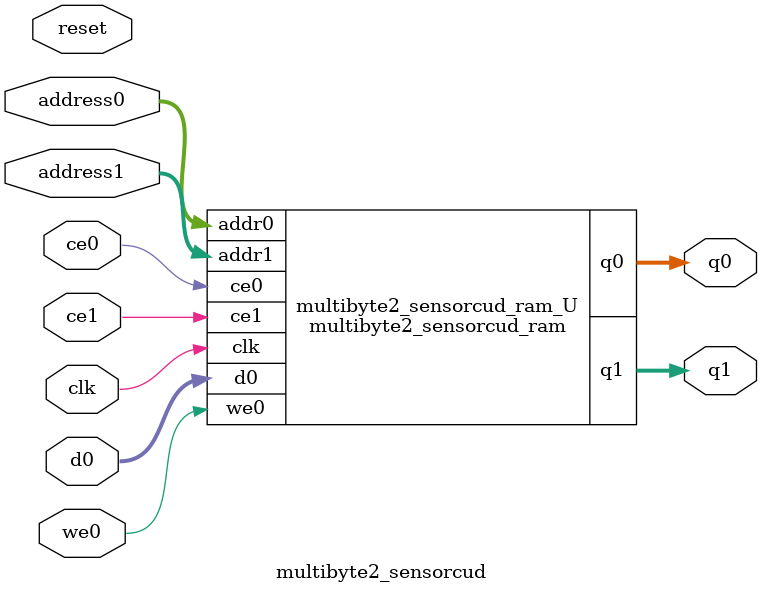
<source format=v>

`timescale 1 ns / 1 ps
module multibyte2_sensorcud_ram (addr0, ce0, d0, we0, q0, addr1, ce1, q1,  clk);

parameter DWIDTH = 32;
parameter AWIDTH = 3;
parameter MEM_SIZE = 6;

input[AWIDTH-1:0] addr0;
input ce0;
input[DWIDTH-1:0] d0;
input we0;
output reg[DWIDTH-1:0] q0;
input[AWIDTH-1:0] addr1;
input ce1;
output reg[DWIDTH-1:0] q1;
input clk;

(* ram_style = "distributed" *)reg [DWIDTH-1:0] ram[0:MEM_SIZE-1];




always @(posedge clk)  
begin 
    if (ce0) 
    begin
        if (we0) 
        begin 
            ram[addr0] <= d0; 
            q0 <= d0;
        end 
        else 
            q0 <= ram[addr0];
    end
end


always @(posedge clk)  
begin 
    if (ce1) 
    begin
            q1 <= ram[addr1];
    end
end


endmodule


`timescale 1 ns / 1 ps
module multibyte2_sensorcud(
    reset,
    clk,
    address0,
    ce0,
    we0,
    d0,
    q0,
    address1,
    ce1,
    q1);

parameter DataWidth = 32'd32;
parameter AddressRange = 32'd6;
parameter AddressWidth = 32'd3;
input reset;
input clk;
input[AddressWidth - 1:0] address0;
input ce0;
input we0;
input[DataWidth - 1:0] d0;
output[DataWidth - 1:0] q0;
input[AddressWidth - 1:0] address1;
input ce1;
output[DataWidth - 1:0] q1;



multibyte2_sensorcud_ram multibyte2_sensorcud_ram_U(
    .clk( clk ),
    .addr0( address0 ),
    .ce0( ce0 ),
    .d0( d0 ),
    .we0( we0 ),
    .q0( q0 ),
    .addr1( address1 ),
    .ce1( ce1 ),
    .q1( q1 ));

endmodule


</source>
